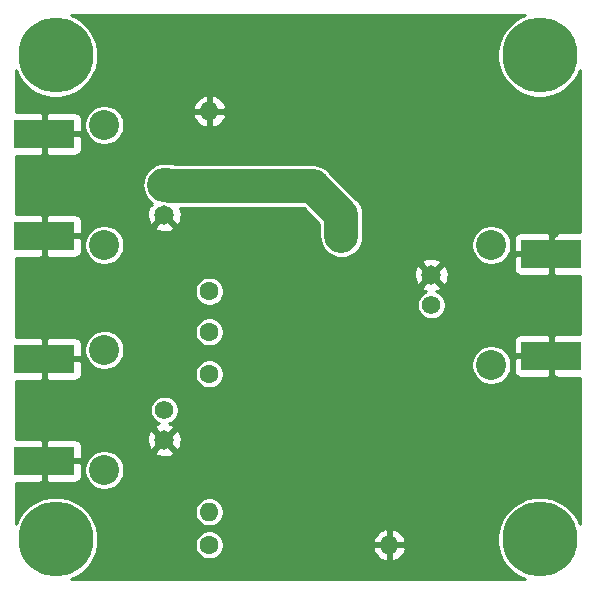
<source format=gbl>
G04 #@! TF.GenerationSoftware,KiCad,Pcbnew,(5.1.5)-3*
G04 #@! TF.CreationDate,2021-08-15T08:32:46-04:00*
G04 #@! TF.ProjectId,ADE1-MIXER,41444531-2d4d-4495-9845-522e6b696361,rev?*
G04 #@! TF.SameCoordinates,Original*
G04 #@! TF.FileFunction,Copper,L2,Bot*
G04 #@! TF.FilePolarity,Positive*
%FSLAX46Y46*%
G04 Gerber Fmt 4.6, Leading zero omitted, Abs format (unit mm)*
G04 Created by KiCad (PCBNEW (5.1.5)-3) date 2021-08-15 08:32:46*
%MOMM*%
%LPD*%
G04 APERTURE LIST*
%ADD10O,1.600000X1.600000*%
%ADD11C,1.600000*%
%ADD12R,5.080000X2.413000*%
%ADD13C,1.574800*%
%ADD14C,1.651000*%
%ADD15C,2.540000*%
%ADD16C,6.350000*%
%ADD17C,0.889000*%
%ADD18C,1.600200*%
%ADD19C,2.870200*%
%ADD20C,0.254000*%
G04 APERTURE END LIST*
D10*
X17018000Y-8760000D03*
D11*
X17018000Y-24000000D03*
D12*
X3048000Y-38354000D03*
X3048000Y-29718000D03*
X3048000Y-10668000D03*
X3048000Y-19304000D03*
X45974000Y-20828000D03*
X45974000Y-29464000D03*
D13*
X13208000Y-34036000D03*
D14*
X13208000Y-36576000D03*
D15*
X8128000Y-39116000D03*
X8128000Y-28956000D03*
X8128000Y-9906000D03*
X8128000Y-20066000D03*
D14*
X13208000Y-17526000D03*
D13*
X13208000Y-14986000D03*
X35814000Y-25146000D03*
D14*
X35814000Y-22606000D03*
D15*
X40894000Y-20066000D03*
X40894000Y-30226000D03*
D11*
X17018000Y-45466000D03*
D10*
X32258000Y-45466000D03*
D11*
X17018000Y-27432000D03*
D10*
X17018000Y-42672000D03*
D16*
X4000000Y-4000000D03*
X45000000Y-4000000D03*
X4000000Y-45000000D03*
X45000000Y-45000000D03*
D17*
X20574000Y-24892000D03*
X20574000Y-22352000D03*
X30226000Y-27432000D03*
X3048000Y-27432000D03*
X3048000Y-40386000D03*
X3048000Y-8636000D03*
X3048000Y-21336000D03*
X25146000Y-22352000D03*
X25146000Y-24892000D03*
X26000000Y-27432000D03*
X46228000Y-19050000D03*
X46228000Y-31496000D03*
X28194000Y-19304000D03*
D18*
X17018000Y-30988000D03*
D19*
X13588999Y-15112999D02*
X25780999Y-15112999D01*
X13208000Y-14986000D02*
X13462000Y-14986000D01*
X13462000Y-14986000D02*
X13588999Y-15112999D01*
X25780999Y-15112999D02*
X28194000Y-17526000D01*
X28194000Y-17526000D02*
X28194000Y-19304000D01*
X28194000Y-19304000D02*
X28194000Y-19304000D01*
D20*
G36*
X43291539Y-803695D02*
G01*
X42700799Y-1198415D01*
X42198415Y-1700799D01*
X41803695Y-2291539D01*
X41531807Y-2947935D01*
X41393200Y-3644761D01*
X41393200Y-4355239D01*
X41531807Y-5052065D01*
X41803695Y-5708461D01*
X42198415Y-6299201D01*
X42700799Y-6801585D01*
X43291539Y-7196305D01*
X43947935Y-7468193D01*
X44644761Y-7606800D01*
X45355239Y-7606800D01*
X46052065Y-7468193D01*
X46708461Y-7196305D01*
X47299201Y-6801585D01*
X47801585Y-6299201D01*
X48196305Y-5708461D01*
X48377700Y-5270535D01*
X48377700Y-18983614D01*
X46259750Y-18986500D01*
X46101000Y-19145250D01*
X46101000Y-20701000D01*
X46121000Y-20701000D01*
X46121000Y-20955000D01*
X46101000Y-20955000D01*
X46101000Y-22510750D01*
X46259750Y-22669500D01*
X48377700Y-22672386D01*
X48377701Y-27619614D01*
X46259750Y-27622500D01*
X46101000Y-27781250D01*
X46101000Y-29337000D01*
X46121000Y-29337000D01*
X46121000Y-29591000D01*
X46101000Y-29591000D01*
X46101000Y-31146750D01*
X46259750Y-31305500D01*
X48377701Y-31308386D01*
X48377701Y-43729468D01*
X48196305Y-43291539D01*
X47801585Y-42700799D01*
X47299201Y-42198415D01*
X46708461Y-41803695D01*
X46052065Y-41531807D01*
X45355239Y-41393200D01*
X44644761Y-41393200D01*
X43947935Y-41531807D01*
X43291539Y-41803695D01*
X42700799Y-42198415D01*
X42198415Y-42700799D01*
X41803695Y-43291539D01*
X41531807Y-43947935D01*
X41393200Y-44644761D01*
X41393200Y-45355239D01*
X41531807Y-46052065D01*
X41803695Y-46708461D01*
X42198415Y-47299201D01*
X42700799Y-47801585D01*
X43291539Y-48196305D01*
X43729465Y-48377700D01*
X5270535Y-48377700D01*
X5708461Y-48196305D01*
X6299201Y-47801585D01*
X6801585Y-47299201D01*
X7196305Y-46708461D01*
X7468193Y-46052065D01*
X7606800Y-45355239D01*
X7606800Y-45344678D01*
X15786200Y-45344678D01*
X15786200Y-45587322D01*
X15833538Y-45825303D01*
X15926393Y-46049476D01*
X16061199Y-46251227D01*
X16232773Y-46422801D01*
X16434524Y-46557607D01*
X16658697Y-46650462D01*
X16896678Y-46697800D01*
X17139322Y-46697800D01*
X17377303Y-46650462D01*
X17601476Y-46557607D01*
X17803227Y-46422801D01*
X17974801Y-46251227D01*
X18109607Y-46049476D01*
X18202462Y-45825303D01*
X18204503Y-45815039D01*
X30866096Y-45815039D01*
X30906754Y-45949087D01*
X31026963Y-46203420D01*
X31194481Y-46429414D01*
X31402869Y-46618385D01*
X31644119Y-46763070D01*
X31908960Y-46857909D01*
X32131000Y-46736624D01*
X32131000Y-45593000D01*
X32385000Y-45593000D01*
X32385000Y-46736624D01*
X32607040Y-46857909D01*
X32871881Y-46763070D01*
X33113131Y-46618385D01*
X33321519Y-46429414D01*
X33489037Y-46203420D01*
X33609246Y-45949087D01*
X33649904Y-45815039D01*
X33527915Y-45593000D01*
X32385000Y-45593000D01*
X32131000Y-45593000D01*
X30988085Y-45593000D01*
X30866096Y-45815039D01*
X18204503Y-45815039D01*
X18249800Y-45587322D01*
X18249800Y-45344678D01*
X18204504Y-45116961D01*
X30866096Y-45116961D01*
X30988085Y-45339000D01*
X32131000Y-45339000D01*
X32131000Y-44195376D01*
X32385000Y-44195376D01*
X32385000Y-45339000D01*
X33527915Y-45339000D01*
X33649904Y-45116961D01*
X33609246Y-44982913D01*
X33489037Y-44728580D01*
X33321519Y-44502586D01*
X33113131Y-44313615D01*
X32871881Y-44168930D01*
X32607040Y-44074091D01*
X32385000Y-44195376D01*
X32131000Y-44195376D01*
X31908960Y-44074091D01*
X31644119Y-44168930D01*
X31402869Y-44313615D01*
X31194481Y-44502586D01*
X31026963Y-44728580D01*
X30906754Y-44982913D01*
X30866096Y-45116961D01*
X18204504Y-45116961D01*
X18202462Y-45106697D01*
X18109607Y-44882524D01*
X17974801Y-44680773D01*
X17803227Y-44509199D01*
X17601476Y-44374393D01*
X17377303Y-44281538D01*
X17139322Y-44234200D01*
X16896678Y-44234200D01*
X16658697Y-44281538D01*
X16434524Y-44374393D01*
X16232773Y-44509199D01*
X16061199Y-44680773D01*
X15926393Y-44882524D01*
X15833538Y-45106697D01*
X15786200Y-45344678D01*
X7606800Y-45344678D01*
X7606800Y-44644761D01*
X7468193Y-43947935D01*
X7196305Y-43291539D01*
X6801585Y-42700799D01*
X6651464Y-42550678D01*
X15786200Y-42550678D01*
X15786200Y-42793322D01*
X15833538Y-43031303D01*
X15926393Y-43255476D01*
X16061199Y-43457227D01*
X16232773Y-43628801D01*
X16434524Y-43763607D01*
X16658697Y-43856462D01*
X16896678Y-43903800D01*
X17139322Y-43903800D01*
X17377303Y-43856462D01*
X17601476Y-43763607D01*
X17803227Y-43628801D01*
X17974801Y-43457227D01*
X18109607Y-43255476D01*
X18202462Y-43031303D01*
X18249800Y-42793322D01*
X18249800Y-42550678D01*
X18202462Y-42312697D01*
X18109607Y-42088524D01*
X17974801Y-41886773D01*
X17803227Y-41715199D01*
X17601476Y-41580393D01*
X17377303Y-41487538D01*
X17139322Y-41440200D01*
X16896678Y-41440200D01*
X16658697Y-41487538D01*
X16434524Y-41580393D01*
X16232773Y-41715199D01*
X16061199Y-41886773D01*
X15926393Y-42088524D01*
X15833538Y-42312697D01*
X15786200Y-42550678D01*
X6651464Y-42550678D01*
X6299201Y-42198415D01*
X5708461Y-41803695D01*
X5052065Y-41531807D01*
X4355239Y-41393200D01*
X3644761Y-41393200D01*
X2947935Y-41531807D01*
X2291539Y-41803695D01*
X1700799Y-42198415D01*
X1198415Y-42700799D01*
X803695Y-43291539D01*
X622300Y-43729465D01*
X622300Y-40198416D01*
X2762250Y-40195500D01*
X2921000Y-40036750D01*
X2921000Y-38481000D01*
X3175000Y-38481000D01*
X3175000Y-40036750D01*
X3333750Y-40195500D01*
X5588000Y-40198572D01*
X5712482Y-40186312D01*
X5832180Y-40150002D01*
X5942494Y-40091037D01*
X6039185Y-40011685D01*
X6118537Y-39914994D01*
X6177502Y-39804680D01*
X6213812Y-39684982D01*
X6226072Y-39560500D01*
X6224030Y-38948387D01*
X6426200Y-38948387D01*
X6426200Y-39283613D01*
X6491599Y-39612397D01*
X6619885Y-39922104D01*
X6806126Y-40200834D01*
X7043166Y-40437874D01*
X7321896Y-40624115D01*
X7631603Y-40752401D01*
X7960387Y-40817800D01*
X8295613Y-40817800D01*
X8624397Y-40752401D01*
X8934104Y-40624115D01*
X9212834Y-40437874D01*
X9449874Y-40200834D01*
X9636115Y-39922104D01*
X9764401Y-39612397D01*
X9829800Y-39283613D01*
X9829800Y-38948387D01*
X9764401Y-38619603D01*
X9636115Y-38309896D01*
X9449874Y-38031166D01*
X9212834Y-37794126D01*
X8934104Y-37607885D01*
X8883464Y-37586909D01*
X12376696Y-37586909D01*
X12451367Y-37833481D01*
X12711228Y-37956931D01*
X12990180Y-38027313D01*
X13277502Y-38041921D01*
X13562154Y-38000194D01*
X13833196Y-37903737D01*
X13964633Y-37833481D01*
X14039304Y-37586909D01*
X13208000Y-36755605D01*
X12376696Y-37586909D01*
X8883464Y-37586909D01*
X8624397Y-37479599D01*
X8295613Y-37414200D01*
X7960387Y-37414200D01*
X7631603Y-37479599D01*
X7321896Y-37607885D01*
X7043166Y-37794126D01*
X6806126Y-38031166D01*
X6619885Y-38309896D01*
X6491599Y-38619603D01*
X6426200Y-38948387D01*
X6224030Y-38948387D01*
X6223000Y-38639750D01*
X6064250Y-38481000D01*
X3175000Y-38481000D01*
X2921000Y-38481000D01*
X2901000Y-38481000D01*
X2901000Y-38227000D01*
X2921000Y-38227000D01*
X2921000Y-36671250D01*
X3175000Y-36671250D01*
X3175000Y-38227000D01*
X6064250Y-38227000D01*
X6223000Y-38068250D01*
X6226072Y-37147500D01*
X6213812Y-37023018D01*
X6177502Y-36903320D01*
X6118537Y-36793006D01*
X6039185Y-36696315D01*
X5977269Y-36645502D01*
X11742079Y-36645502D01*
X11783806Y-36930154D01*
X11880263Y-37201196D01*
X11950519Y-37332633D01*
X12197091Y-37407304D01*
X13028395Y-36576000D01*
X13387605Y-36576000D01*
X14218909Y-37407304D01*
X14465481Y-37332633D01*
X14588931Y-37072772D01*
X14659313Y-36793820D01*
X14673921Y-36506498D01*
X14632194Y-36221846D01*
X14535737Y-35950804D01*
X14465481Y-35819367D01*
X14218909Y-35744696D01*
X13387605Y-36576000D01*
X13028395Y-36576000D01*
X12197091Y-35744696D01*
X11950519Y-35819367D01*
X11827069Y-36079228D01*
X11756687Y-36358180D01*
X11742079Y-36645502D01*
X5977269Y-36645502D01*
X5942494Y-36616963D01*
X5832180Y-36557998D01*
X5712482Y-36521688D01*
X5588000Y-36509428D01*
X3333750Y-36512500D01*
X3175000Y-36671250D01*
X2921000Y-36671250D01*
X2762250Y-36512500D01*
X622300Y-36509584D01*
X622300Y-33915919D01*
X11988800Y-33915919D01*
X11988800Y-34156081D01*
X12035653Y-34391627D01*
X12127559Y-34613508D01*
X12260986Y-34813195D01*
X12430805Y-34983014D01*
X12630492Y-35116441D01*
X12779632Y-35178217D01*
X12582804Y-35248263D01*
X12451367Y-35318519D01*
X12376696Y-35565091D01*
X13208000Y-36396395D01*
X14039304Y-35565091D01*
X13964633Y-35318519D01*
X13704772Y-35195069D01*
X13636978Y-35177964D01*
X13785508Y-35116441D01*
X13985195Y-34983014D01*
X14155014Y-34813195D01*
X14288441Y-34613508D01*
X14380347Y-34391627D01*
X14427200Y-34156081D01*
X14427200Y-33915919D01*
X14380347Y-33680373D01*
X14288441Y-33458492D01*
X14155014Y-33258805D01*
X13985195Y-33088986D01*
X13785508Y-32955559D01*
X13563627Y-32863653D01*
X13328081Y-32816800D01*
X13087919Y-32816800D01*
X12852373Y-32863653D01*
X12630492Y-32955559D01*
X12430805Y-33088986D01*
X12260986Y-33258805D01*
X12127559Y-33458492D01*
X12035653Y-33680373D01*
X11988800Y-33915919D01*
X622300Y-33915919D01*
X622300Y-31562416D01*
X2762250Y-31559500D01*
X2921000Y-31400750D01*
X2921000Y-29845000D01*
X3175000Y-29845000D01*
X3175000Y-31400750D01*
X3333750Y-31559500D01*
X5588000Y-31562572D01*
X5712482Y-31550312D01*
X5832180Y-31514002D01*
X5942494Y-31455037D01*
X6039185Y-31375685D01*
X6118537Y-31278994D01*
X6177502Y-31168680D01*
X6213812Y-31048982D01*
X6226072Y-30924500D01*
X6225880Y-30866668D01*
X15786100Y-30866668D01*
X15786100Y-31109332D01*
X15833441Y-31347332D01*
X15926304Y-31571524D01*
X16061121Y-31773291D01*
X16232709Y-31944879D01*
X16434476Y-32079696D01*
X16658668Y-32172559D01*
X16896668Y-32219900D01*
X17139332Y-32219900D01*
X17377332Y-32172559D01*
X17601524Y-32079696D01*
X17803291Y-31944879D01*
X17974879Y-31773291D01*
X18109696Y-31571524D01*
X18202559Y-31347332D01*
X18249900Y-31109332D01*
X18249900Y-30866668D01*
X18202559Y-30628668D01*
X18109696Y-30404476D01*
X17974879Y-30202709D01*
X17830557Y-30058387D01*
X39192200Y-30058387D01*
X39192200Y-30393613D01*
X39257599Y-30722397D01*
X39385885Y-31032104D01*
X39572126Y-31310834D01*
X39809166Y-31547874D01*
X40087896Y-31734115D01*
X40397603Y-31862401D01*
X40726387Y-31927800D01*
X41061613Y-31927800D01*
X41390397Y-31862401D01*
X41700104Y-31734115D01*
X41978834Y-31547874D01*
X42215874Y-31310834D01*
X42402115Y-31032104D01*
X42530401Y-30722397D01*
X42540723Y-30670500D01*
X42795928Y-30670500D01*
X42808188Y-30794982D01*
X42844498Y-30914680D01*
X42903463Y-31024994D01*
X42982815Y-31121685D01*
X43079506Y-31201037D01*
X43189820Y-31260002D01*
X43309518Y-31296312D01*
X43434000Y-31308572D01*
X45688250Y-31305500D01*
X45847000Y-31146750D01*
X45847000Y-29591000D01*
X42957750Y-29591000D01*
X42799000Y-29749750D01*
X42795928Y-30670500D01*
X42540723Y-30670500D01*
X42595800Y-30393613D01*
X42595800Y-30058387D01*
X42530401Y-29729603D01*
X42402115Y-29419896D01*
X42215874Y-29141166D01*
X41978834Y-28904126D01*
X41700104Y-28717885D01*
X41390397Y-28589599D01*
X41061613Y-28524200D01*
X40726387Y-28524200D01*
X40397603Y-28589599D01*
X40087896Y-28717885D01*
X39809166Y-28904126D01*
X39572126Y-29141166D01*
X39385885Y-29419896D01*
X39257599Y-29729603D01*
X39192200Y-30058387D01*
X17830557Y-30058387D01*
X17803291Y-30031121D01*
X17601524Y-29896304D01*
X17377332Y-29803441D01*
X17139332Y-29756100D01*
X16896668Y-29756100D01*
X16658668Y-29803441D01*
X16434476Y-29896304D01*
X16232709Y-30031121D01*
X16061121Y-30202709D01*
X15926304Y-30404476D01*
X15833441Y-30628668D01*
X15786100Y-30866668D01*
X6225880Y-30866668D01*
X6223000Y-30003750D01*
X6064250Y-29845000D01*
X3175000Y-29845000D01*
X2921000Y-29845000D01*
X2901000Y-29845000D01*
X2901000Y-29591000D01*
X2921000Y-29591000D01*
X2921000Y-28035250D01*
X3175000Y-28035250D01*
X3175000Y-29591000D01*
X6064250Y-29591000D01*
X6223000Y-29432250D01*
X6225148Y-28788387D01*
X6426200Y-28788387D01*
X6426200Y-29123613D01*
X6491599Y-29452397D01*
X6619885Y-29762104D01*
X6806126Y-30040834D01*
X7043166Y-30277874D01*
X7321896Y-30464115D01*
X7631603Y-30592401D01*
X7960387Y-30657800D01*
X8295613Y-30657800D01*
X8624397Y-30592401D01*
X8934104Y-30464115D01*
X9212834Y-30277874D01*
X9449874Y-30040834D01*
X9636115Y-29762104D01*
X9764401Y-29452397D01*
X9829800Y-29123613D01*
X9829800Y-28788387D01*
X9764401Y-28459603D01*
X9636115Y-28149896D01*
X9449874Y-27871166D01*
X9212834Y-27634126D01*
X8934104Y-27447885D01*
X8624397Y-27319599D01*
X8579548Y-27310678D01*
X15786200Y-27310678D01*
X15786200Y-27553322D01*
X15833538Y-27791303D01*
X15926393Y-28015476D01*
X16061199Y-28217227D01*
X16232773Y-28388801D01*
X16434524Y-28523607D01*
X16658697Y-28616462D01*
X16896678Y-28663800D01*
X17139322Y-28663800D01*
X17377303Y-28616462D01*
X17601476Y-28523607D01*
X17803227Y-28388801D01*
X17934528Y-28257500D01*
X42795928Y-28257500D01*
X42799000Y-29178250D01*
X42957750Y-29337000D01*
X45847000Y-29337000D01*
X45847000Y-27781250D01*
X45688250Y-27622500D01*
X43434000Y-27619428D01*
X43309518Y-27631688D01*
X43189820Y-27667998D01*
X43079506Y-27726963D01*
X42982815Y-27806315D01*
X42903463Y-27903006D01*
X42844498Y-28013320D01*
X42808188Y-28133018D01*
X42795928Y-28257500D01*
X17934528Y-28257500D01*
X17974801Y-28217227D01*
X18109607Y-28015476D01*
X18202462Y-27791303D01*
X18249800Y-27553322D01*
X18249800Y-27310678D01*
X18202462Y-27072697D01*
X18109607Y-26848524D01*
X17974801Y-26646773D01*
X17803227Y-26475199D01*
X17601476Y-26340393D01*
X17377303Y-26247538D01*
X17139322Y-26200200D01*
X16896678Y-26200200D01*
X16658697Y-26247538D01*
X16434524Y-26340393D01*
X16232773Y-26475199D01*
X16061199Y-26646773D01*
X15926393Y-26848524D01*
X15833538Y-27072697D01*
X15786200Y-27310678D01*
X8579548Y-27310678D01*
X8295613Y-27254200D01*
X7960387Y-27254200D01*
X7631603Y-27319599D01*
X7321896Y-27447885D01*
X7043166Y-27634126D01*
X6806126Y-27871166D01*
X6619885Y-28149896D01*
X6491599Y-28459603D01*
X6426200Y-28788387D01*
X6225148Y-28788387D01*
X6226072Y-28511500D01*
X6213812Y-28387018D01*
X6177502Y-28267320D01*
X6118537Y-28157006D01*
X6039185Y-28060315D01*
X5942494Y-27980963D01*
X5832180Y-27921998D01*
X5712482Y-27885688D01*
X5588000Y-27873428D01*
X3333750Y-27876500D01*
X3175000Y-28035250D01*
X2921000Y-28035250D01*
X2762250Y-27876500D01*
X622300Y-27873584D01*
X622300Y-23878678D01*
X15786200Y-23878678D01*
X15786200Y-24121322D01*
X15833538Y-24359303D01*
X15926393Y-24583476D01*
X16061199Y-24785227D01*
X16232773Y-24956801D01*
X16434524Y-25091607D01*
X16658697Y-25184462D01*
X16896678Y-25231800D01*
X17139322Y-25231800D01*
X17377303Y-25184462D01*
X17601476Y-25091607D01*
X17699784Y-25025919D01*
X34594800Y-25025919D01*
X34594800Y-25266081D01*
X34641653Y-25501627D01*
X34733559Y-25723508D01*
X34866986Y-25923195D01*
X35036805Y-26093014D01*
X35236492Y-26226441D01*
X35458373Y-26318347D01*
X35693919Y-26365200D01*
X35934081Y-26365200D01*
X36169627Y-26318347D01*
X36391508Y-26226441D01*
X36591195Y-26093014D01*
X36761014Y-25923195D01*
X36894441Y-25723508D01*
X36986347Y-25501627D01*
X37033200Y-25266081D01*
X37033200Y-25025919D01*
X36986347Y-24790373D01*
X36894441Y-24568492D01*
X36761014Y-24368805D01*
X36591195Y-24198986D01*
X36391508Y-24065559D01*
X36242368Y-24003783D01*
X36439196Y-23933737D01*
X36570633Y-23863481D01*
X36645304Y-23616909D01*
X35814000Y-22785605D01*
X34982696Y-23616909D01*
X35057367Y-23863481D01*
X35317228Y-23986931D01*
X35385022Y-24004036D01*
X35236492Y-24065559D01*
X35036805Y-24198986D01*
X34866986Y-24368805D01*
X34733559Y-24568492D01*
X34641653Y-24790373D01*
X34594800Y-25025919D01*
X17699784Y-25025919D01*
X17803227Y-24956801D01*
X17974801Y-24785227D01*
X18109607Y-24583476D01*
X18202462Y-24359303D01*
X18249800Y-24121322D01*
X18249800Y-23878678D01*
X18202462Y-23640697D01*
X18109607Y-23416524D01*
X17974801Y-23214773D01*
X17803227Y-23043199D01*
X17601476Y-22908393D01*
X17377303Y-22815538D01*
X17139322Y-22768200D01*
X16896678Y-22768200D01*
X16658697Y-22815538D01*
X16434524Y-22908393D01*
X16232773Y-23043199D01*
X16061199Y-23214773D01*
X15926393Y-23416524D01*
X15833538Y-23640697D01*
X15786200Y-23878678D01*
X622300Y-23878678D01*
X622300Y-22675502D01*
X34348079Y-22675502D01*
X34389806Y-22960154D01*
X34486263Y-23231196D01*
X34556519Y-23362633D01*
X34803091Y-23437304D01*
X35634395Y-22606000D01*
X35993605Y-22606000D01*
X36824909Y-23437304D01*
X37071481Y-23362633D01*
X37194931Y-23102772D01*
X37265313Y-22823820D01*
X37279921Y-22536498D01*
X37238194Y-22251846D01*
X37160847Y-22034500D01*
X42795928Y-22034500D01*
X42808188Y-22158982D01*
X42844498Y-22278680D01*
X42903463Y-22388994D01*
X42982815Y-22485685D01*
X43079506Y-22565037D01*
X43189820Y-22624002D01*
X43309518Y-22660312D01*
X43434000Y-22672572D01*
X45688250Y-22669500D01*
X45847000Y-22510750D01*
X45847000Y-20955000D01*
X42957750Y-20955000D01*
X42799000Y-21113750D01*
X42795928Y-22034500D01*
X37160847Y-22034500D01*
X37141737Y-21980804D01*
X37071481Y-21849367D01*
X36824909Y-21774696D01*
X35993605Y-22606000D01*
X35634395Y-22606000D01*
X34803091Y-21774696D01*
X34556519Y-21849367D01*
X34433069Y-22109228D01*
X34362687Y-22388180D01*
X34348079Y-22675502D01*
X622300Y-22675502D01*
X622300Y-21148416D01*
X2762250Y-21145500D01*
X2921000Y-20986750D01*
X2921000Y-19431000D01*
X3175000Y-19431000D01*
X3175000Y-20986750D01*
X3333750Y-21145500D01*
X5588000Y-21148572D01*
X5712482Y-21136312D01*
X5832180Y-21100002D01*
X5942494Y-21041037D01*
X6039185Y-20961685D01*
X6118537Y-20864994D01*
X6177502Y-20754680D01*
X6213812Y-20634982D01*
X6226072Y-20510500D01*
X6224030Y-19898387D01*
X6426200Y-19898387D01*
X6426200Y-20233613D01*
X6491599Y-20562397D01*
X6619885Y-20872104D01*
X6806126Y-21150834D01*
X7043166Y-21387874D01*
X7321896Y-21574115D01*
X7631603Y-21702401D01*
X7960387Y-21767800D01*
X8295613Y-21767800D01*
X8624397Y-21702401D01*
X8883463Y-21595091D01*
X34982696Y-21595091D01*
X35814000Y-22426395D01*
X36645304Y-21595091D01*
X36570633Y-21348519D01*
X36310772Y-21225069D01*
X36031820Y-21154687D01*
X35744498Y-21140079D01*
X35459846Y-21181806D01*
X35188804Y-21278263D01*
X35057367Y-21348519D01*
X34982696Y-21595091D01*
X8883463Y-21595091D01*
X8934104Y-21574115D01*
X9212834Y-21387874D01*
X9449874Y-21150834D01*
X9636115Y-20872104D01*
X9764401Y-20562397D01*
X9829800Y-20233613D01*
X9829800Y-19898387D01*
X9764401Y-19569603D01*
X9636115Y-19259896D01*
X9449874Y-18981166D01*
X9212834Y-18744126D01*
X8934104Y-18557885D01*
X8883464Y-18536909D01*
X12376696Y-18536909D01*
X12451367Y-18783481D01*
X12711228Y-18906931D01*
X12990180Y-18977313D01*
X13277502Y-18991921D01*
X13562154Y-18950194D01*
X13833196Y-18853737D01*
X13964633Y-18783481D01*
X14039304Y-18536909D01*
X13208000Y-17705605D01*
X12376696Y-18536909D01*
X8883464Y-18536909D01*
X8624397Y-18429599D01*
X8295613Y-18364200D01*
X7960387Y-18364200D01*
X7631603Y-18429599D01*
X7321896Y-18557885D01*
X7043166Y-18744126D01*
X6806126Y-18981166D01*
X6619885Y-19259896D01*
X6491599Y-19569603D01*
X6426200Y-19898387D01*
X6224030Y-19898387D01*
X6223000Y-19589750D01*
X6064250Y-19431000D01*
X3175000Y-19431000D01*
X2921000Y-19431000D01*
X2901000Y-19431000D01*
X2901000Y-19177000D01*
X2921000Y-19177000D01*
X2921000Y-17621250D01*
X3175000Y-17621250D01*
X3175000Y-19177000D01*
X6064250Y-19177000D01*
X6223000Y-19018250D01*
X6226072Y-18097500D01*
X6213812Y-17973018D01*
X6177502Y-17853320D01*
X6118537Y-17743006D01*
X6039185Y-17646315D01*
X5942494Y-17566963D01*
X5832180Y-17507998D01*
X5712482Y-17471688D01*
X5588000Y-17459428D01*
X3333750Y-17462500D01*
X3175000Y-17621250D01*
X2921000Y-17621250D01*
X2762250Y-17462500D01*
X622300Y-17459584D01*
X622300Y-14986000D01*
X11332067Y-14986000D01*
X11368113Y-15351976D01*
X11474864Y-15703888D01*
X11648219Y-16028213D01*
X11881515Y-16312485D01*
X12137143Y-16522273D01*
X12080904Y-16578512D01*
X12197089Y-16694697D01*
X11950519Y-16769367D01*
X11827069Y-17029228D01*
X11756687Y-17308180D01*
X11742079Y-17595502D01*
X11783806Y-17880154D01*
X11880263Y-18151196D01*
X11950519Y-18282633D01*
X12197091Y-18357304D01*
X13028395Y-17526000D01*
X13014253Y-17511858D01*
X13193858Y-17332253D01*
X13208000Y-17346395D01*
X13222143Y-17332253D01*
X13401748Y-17511858D01*
X13387605Y-17526000D01*
X14218909Y-18357304D01*
X14465481Y-18282633D01*
X14588931Y-18022772D01*
X14659313Y-17743820D01*
X14673921Y-17456498D01*
X14632194Y-17171846D01*
X14563885Y-16979899D01*
X25007705Y-16979899D01*
X26327100Y-18299296D01*
X26327100Y-19212288D01*
X26318067Y-19304000D01*
X26354113Y-19669976D01*
X26460864Y-20021888D01*
X26634219Y-20346213D01*
X26867515Y-20630485D01*
X27151787Y-20863781D01*
X27476112Y-21037136D01*
X27828024Y-21143887D01*
X28102288Y-21170900D01*
X28194000Y-21179933D01*
X28285712Y-21170900D01*
X28559976Y-21143887D01*
X28911888Y-21037136D01*
X29236213Y-20863781D01*
X29520485Y-20630485D01*
X29753781Y-20346213D01*
X29927136Y-20021888D01*
X29964599Y-19898387D01*
X39192200Y-19898387D01*
X39192200Y-20233613D01*
X39257599Y-20562397D01*
X39385885Y-20872104D01*
X39572126Y-21150834D01*
X39809166Y-21387874D01*
X40087896Y-21574115D01*
X40397603Y-21702401D01*
X40726387Y-21767800D01*
X41061613Y-21767800D01*
X41390397Y-21702401D01*
X41700104Y-21574115D01*
X41978834Y-21387874D01*
X42215874Y-21150834D01*
X42402115Y-20872104D01*
X42530401Y-20562397D01*
X42595800Y-20233613D01*
X42595800Y-19898387D01*
X42540724Y-19621500D01*
X42795928Y-19621500D01*
X42799000Y-20542250D01*
X42957750Y-20701000D01*
X45847000Y-20701000D01*
X45847000Y-19145250D01*
X45688250Y-18986500D01*
X43434000Y-18983428D01*
X43309518Y-18995688D01*
X43189820Y-19031998D01*
X43079506Y-19090963D01*
X42982815Y-19170315D01*
X42903463Y-19267006D01*
X42844498Y-19377320D01*
X42808188Y-19497018D01*
X42795928Y-19621500D01*
X42540724Y-19621500D01*
X42530401Y-19569603D01*
X42402115Y-19259896D01*
X42215874Y-18981166D01*
X41978834Y-18744126D01*
X41700104Y-18557885D01*
X41390397Y-18429599D01*
X41061613Y-18364200D01*
X40726387Y-18364200D01*
X40397603Y-18429599D01*
X40087896Y-18557885D01*
X39809166Y-18744126D01*
X39572126Y-18981166D01*
X39385885Y-19259896D01*
X39257599Y-19569603D01*
X39192200Y-19898387D01*
X29964599Y-19898387D01*
X30033887Y-19669976D01*
X30069933Y-19304000D01*
X30060900Y-19212288D01*
X30060900Y-17617712D01*
X30069933Y-17526000D01*
X30033887Y-17160024D01*
X29927136Y-16808112D01*
X29753781Y-16483787D01*
X29520485Y-16199515D01*
X29449250Y-16141054D01*
X27165954Y-13857760D01*
X27107484Y-13786514D01*
X26823212Y-13553218D01*
X26498887Y-13379863D01*
X26146975Y-13273112D01*
X25872711Y-13246099D01*
X25780999Y-13237066D01*
X25689287Y-13246099D01*
X14157587Y-13246099D01*
X13827976Y-13146113D01*
X13553712Y-13119100D01*
X13462000Y-13110067D01*
X13370288Y-13119100D01*
X13116288Y-13119100D01*
X12842024Y-13146113D01*
X12490112Y-13252864D01*
X12165787Y-13426219D01*
X11881515Y-13659515D01*
X11648219Y-13943787D01*
X11474864Y-14268112D01*
X11368113Y-14620024D01*
X11332067Y-14986000D01*
X622300Y-14986000D01*
X622300Y-12512416D01*
X2762250Y-12509500D01*
X2921000Y-12350750D01*
X2921000Y-10795000D01*
X3175000Y-10795000D01*
X3175000Y-12350750D01*
X3333750Y-12509500D01*
X5588000Y-12512572D01*
X5712482Y-12500312D01*
X5832180Y-12464002D01*
X5942494Y-12405037D01*
X6039185Y-12325685D01*
X6118537Y-12228994D01*
X6177502Y-12118680D01*
X6213812Y-11998982D01*
X6226072Y-11874500D01*
X6223000Y-10953750D01*
X6064250Y-10795000D01*
X3175000Y-10795000D01*
X2921000Y-10795000D01*
X2901000Y-10795000D01*
X2901000Y-10541000D01*
X2921000Y-10541000D01*
X2921000Y-8985250D01*
X3175000Y-8985250D01*
X3175000Y-10541000D01*
X6064250Y-10541000D01*
X6223000Y-10382250D01*
X6225148Y-9738387D01*
X6426200Y-9738387D01*
X6426200Y-10073613D01*
X6491599Y-10402397D01*
X6619885Y-10712104D01*
X6806126Y-10990834D01*
X7043166Y-11227874D01*
X7321896Y-11414115D01*
X7631603Y-11542401D01*
X7960387Y-11607800D01*
X8295613Y-11607800D01*
X8624397Y-11542401D01*
X8934104Y-11414115D01*
X9212834Y-11227874D01*
X9449874Y-10990834D01*
X9636115Y-10712104D01*
X9764401Y-10402397D01*
X9829800Y-10073613D01*
X9829800Y-9738387D01*
X9764401Y-9409603D01*
X9639903Y-9109040D01*
X15626091Y-9109040D01*
X15720930Y-9373881D01*
X15865615Y-9615131D01*
X16054586Y-9823519D01*
X16280580Y-9991037D01*
X16534913Y-10111246D01*
X16668961Y-10151904D01*
X16891000Y-10029915D01*
X16891000Y-8887000D01*
X17145000Y-8887000D01*
X17145000Y-10029915D01*
X17367039Y-10151904D01*
X17501087Y-10111246D01*
X17755420Y-9991037D01*
X17981414Y-9823519D01*
X18170385Y-9615131D01*
X18315070Y-9373881D01*
X18409909Y-9109040D01*
X18288624Y-8887000D01*
X17145000Y-8887000D01*
X16891000Y-8887000D01*
X15747376Y-8887000D01*
X15626091Y-9109040D01*
X9639903Y-9109040D01*
X9636115Y-9099896D01*
X9449874Y-8821166D01*
X9212834Y-8584126D01*
X8953673Y-8410960D01*
X15626091Y-8410960D01*
X15747376Y-8633000D01*
X16891000Y-8633000D01*
X16891000Y-7490085D01*
X17145000Y-7490085D01*
X17145000Y-8633000D01*
X18288624Y-8633000D01*
X18409909Y-8410960D01*
X18315070Y-8146119D01*
X18170385Y-7904869D01*
X17981414Y-7696481D01*
X17755420Y-7528963D01*
X17501087Y-7408754D01*
X17367039Y-7368096D01*
X17145000Y-7490085D01*
X16891000Y-7490085D01*
X16668961Y-7368096D01*
X16534913Y-7408754D01*
X16280580Y-7528963D01*
X16054586Y-7696481D01*
X15865615Y-7904869D01*
X15720930Y-8146119D01*
X15626091Y-8410960D01*
X8953673Y-8410960D01*
X8934104Y-8397885D01*
X8624397Y-8269599D01*
X8295613Y-8204200D01*
X7960387Y-8204200D01*
X7631603Y-8269599D01*
X7321896Y-8397885D01*
X7043166Y-8584126D01*
X6806126Y-8821166D01*
X6619885Y-9099896D01*
X6491599Y-9409603D01*
X6426200Y-9738387D01*
X6225148Y-9738387D01*
X6226072Y-9461500D01*
X6213812Y-9337018D01*
X6177502Y-9217320D01*
X6118537Y-9107006D01*
X6039185Y-9010315D01*
X5942494Y-8930963D01*
X5832180Y-8871998D01*
X5712482Y-8835688D01*
X5588000Y-8823428D01*
X3333750Y-8826500D01*
X3175000Y-8985250D01*
X2921000Y-8985250D01*
X2762250Y-8826500D01*
X622300Y-8823584D01*
X622300Y-5270535D01*
X803695Y-5708461D01*
X1198415Y-6299201D01*
X1700799Y-6801585D01*
X2291539Y-7196305D01*
X2947935Y-7468193D01*
X3644761Y-7606800D01*
X4355239Y-7606800D01*
X5052065Y-7468193D01*
X5708461Y-7196305D01*
X6299201Y-6801585D01*
X6801585Y-6299201D01*
X7196305Y-5708461D01*
X7468193Y-5052065D01*
X7606800Y-4355239D01*
X7606800Y-3644761D01*
X7468193Y-2947935D01*
X7196305Y-2291539D01*
X6801585Y-1700799D01*
X6299201Y-1198415D01*
X5708461Y-803695D01*
X5270535Y-622300D01*
X43729465Y-622300D01*
X43291539Y-803695D01*
G37*
X43291539Y-803695D02*
X42700799Y-1198415D01*
X42198415Y-1700799D01*
X41803695Y-2291539D01*
X41531807Y-2947935D01*
X41393200Y-3644761D01*
X41393200Y-4355239D01*
X41531807Y-5052065D01*
X41803695Y-5708461D01*
X42198415Y-6299201D01*
X42700799Y-6801585D01*
X43291539Y-7196305D01*
X43947935Y-7468193D01*
X44644761Y-7606800D01*
X45355239Y-7606800D01*
X46052065Y-7468193D01*
X46708461Y-7196305D01*
X47299201Y-6801585D01*
X47801585Y-6299201D01*
X48196305Y-5708461D01*
X48377700Y-5270535D01*
X48377700Y-18983614D01*
X46259750Y-18986500D01*
X46101000Y-19145250D01*
X46101000Y-20701000D01*
X46121000Y-20701000D01*
X46121000Y-20955000D01*
X46101000Y-20955000D01*
X46101000Y-22510750D01*
X46259750Y-22669500D01*
X48377700Y-22672386D01*
X48377701Y-27619614D01*
X46259750Y-27622500D01*
X46101000Y-27781250D01*
X46101000Y-29337000D01*
X46121000Y-29337000D01*
X46121000Y-29591000D01*
X46101000Y-29591000D01*
X46101000Y-31146750D01*
X46259750Y-31305500D01*
X48377701Y-31308386D01*
X48377701Y-43729468D01*
X48196305Y-43291539D01*
X47801585Y-42700799D01*
X47299201Y-42198415D01*
X46708461Y-41803695D01*
X46052065Y-41531807D01*
X45355239Y-41393200D01*
X44644761Y-41393200D01*
X43947935Y-41531807D01*
X43291539Y-41803695D01*
X42700799Y-42198415D01*
X42198415Y-42700799D01*
X41803695Y-43291539D01*
X41531807Y-43947935D01*
X41393200Y-44644761D01*
X41393200Y-45355239D01*
X41531807Y-46052065D01*
X41803695Y-46708461D01*
X42198415Y-47299201D01*
X42700799Y-47801585D01*
X43291539Y-48196305D01*
X43729465Y-48377700D01*
X5270535Y-48377700D01*
X5708461Y-48196305D01*
X6299201Y-47801585D01*
X6801585Y-47299201D01*
X7196305Y-46708461D01*
X7468193Y-46052065D01*
X7606800Y-45355239D01*
X7606800Y-45344678D01*
X15786200Y-45344678D01*
X15786200Y-45587322D01*
X15833538Y-45825303D01*
X15926393Y-46049476D01*
X16061199Y-46251227D01*
X16232773Y-46422801D01*
X16434524Y-46557607D01*
X16658697Y-46650462D01*
X16896678Y-46697800D01*
X17139322Y-46697800D01*
X17377303Y-46650462D01*
X17601476Y-46557607D01*
X17803227Y-46422801D01*
X17974801Y-46251227D01*
X18109607Y-46049476D01*
X18202462Y-45825303D01*
X18204503Y-45815039D01*
X30866096Y-45815039D01*
X30906754Y-45949087D01*
X31026963Y-46203420D01*
X31194481Y-46429414D01*
X31402869Y-46618385D01*
X31644119Y-46763070D01*
X31908960Y-46857909D01*
X32131000Y-46736624D01*
X32131000Y-45593000D01*
X32385000Y-45593000D01*
X32385000Y-46736624D01*
X32607040Y-46857909D01*
X32871881Y-46763070D01*
X33113131Y-46618385D01*
X33321519Y-46429414D01*
X33489037Y-46203420D01*
X33609246Y-45949087D01*
X33649904Y-45815039D01*
X33527915Y-45593000D01*
X32385000Y-45593000D01*
X32131000Y-45593000D01*
X30988085Y-45593000D01*
X30866096Y-45815039D01*
X18204503Y-45815039D01*
X18249800Y-45587322D01*
X18249800Y-45344678D01*
X18204504Y-45116961D01*
X30866096Y-45116961D01*
X30988085Y-45339000D01*
X32131000Y-45339000D01*
X32131000Y-44195376D01*
X32385000Y-44195376D01*
X32385000Y-45339000D01*
X33527915Y-45339000D01*
X33649904Y-45116961D01*
X33609246Y-44982913D01*
X33489037Y-44728580D01*
X33321519Y-44502586D01*
X33113131Y-44313615D01*
X32871881Y-44168930D01*
X32607040Y-44074091D01*
X32385000Y-44195376D01*
X32131000Y-44195376D01*
X31908960Y-44074091D01*
X31644119Y-44168930D01*
X31402869Y-44313615D01*
X31194481Y-44502586D01*
X31026963Y-44728580D01*
X30906754Y-44982913D01*
X30866096Y-45116961D01*
X18204504Y-45116961D01*
X18202462Y-45106697D01*
X18109607Y-44882524D01*
X17974801Y-44680773D01*
X17803227Y-44509199D01*
X17601476Y-44374393D01*
X17377303Y-44281538D01*
X17139322Y-44234200D01*
X16896678Y-44234200D01*
X16658697Y-44281538D01*
X16434524Y-44374393D01*
X16232773Y-44509199D01*
X16061199Y-44680773D01*
X15926393Y-44882524D01*
X15833538Y-45106697D01*
X15786200Y-45344678D01*
X7606800Y-45344678D01*
X7606800Y-44644761D01*
X7468193Y-43947935D01*
X7196305Y-43291539D01*
X6801585Y-42700799D01*
X6651464Y-42550678D01*
X15786200Y-42550678D01*
X15786200Y-42793322D01*
X15833538Y-43031303D01*
X15926393Y-43255476D01*
X16061199Y-43457227D01*
X16232773Y-43628801D01*
X16434524Y-43763607D01*
X16658697Y-43856462D01*
X16896678Y-43903800D01*
X17139322Y-43903800D01*
X17377303Y-43856462D01*
X17601476Y-43763607D01*
X17803227Y-43628801D01*
X17974801Y-43457227D01*
X18109607Y-43255476D01*
X18202462Y-43031303D01*
X18249800Y-42793322D01*
X18249800Y-42550678D01*
X18202462Y-42312697D01*
X18109607Y-42088524D01*
X17974801Y-41886773D01*
X17803227Y-41715199D01*
X17601476Y-41580393D01*
X17377303Y-41487538D01*
X17139322Y-41440200D01*
X16896678Y-41440200D01*
X16658697Y-41487538D01*
X16434524Y-41580393D01*
X16232773Y-41715199D01*
X16061199Y-41886773D01*
X15926393Y-42088524D01*
X15833538Y-42312697D01*
X15786200Y-42550678D01*
X6651464Y-42550678D01*
X6299201Y-42198415D01*
X5708461Y-41803695D01*
X5052065Y-41531807D01*
X4355239Y-41393200D01*
X3644761Y-41393200D01*
X2947935Y-41531807D01*
X2291539Y-41803695D01*
X1700799Y-42198415D01*
X1198415Y-42700799D01*
X803695Y-43291539D01*
X622300Y-43729465D01*
X622300Y-40198416D01*
X2762250Y-40195500D01*
X2921000Y-40036750D01*
X2921000Y-38481000D01*
X3175000Y-38481000D01*
X3175000Y-40036750D01*
X3333750Y-40195500D01*
X5588000Y-40198572D01*
X5712482Y-40186312D01*
X5832180Y-40150002D01*
X5942494Y-40091037D01*
X6039185Y-40011685D01*
X6118537Y-39914994D01*
X6177502Y-39804680D01*
X6213812Y-39684982D01*
X6226072Y-39560500D01*
X6224030Y-38948387D01*
X6426200Y-38948387D01*
X6426200Y-39283613D01*
X6491599Y-39612397D01*
X6619885Y-39922104D01*
X6806126Y-40200834D01*
X7043166Y-40437874D01*
X7321896Y-40624115D01*
X7631603Y-40752401D01*
X7960387Y-40817800D01*
X8295613Y-40817800D01*
X8624397Y-40752401D01*
X8934104Y-40624115D01*
X9212834Y-40437874D01*
X9449874Y-40200834D01*
X9636115Y-39922104D01*
X9764401Y-39612397D01*
X9829800Y-39283613D01*
X9829800Y-38948387D01*
X9764401Y-38619603D01*
X9636115Y-38309896D01*
X9449874Y-38031166D01*
X9212834Y-37794126D01*
X8934104Y-37607885D01*
X8883464Y-37586909D01*
X12376696Y-37586909D01*
X12451367Y-37833481D01*
X12711228Y-37956931D01*
X12990180Y-38027313D01*
X13277502Y-38041921D01*
X13562154Y-38000194D01*
X13833196Y-37903737D01*
X13964633Y-37833481D01*
X14039304Y-37586909D01*
X13208000Y-36755605D01*
X12376696Y-37586909D01*
X8883464Y-37586909D01*
X8624397Y-37479599D01*
X8295613Y-37414200D01*
X7960387Y-37414200D01*
X7631603Y-37479599D01*
X7321896Y-37607885D01*
X7043166Y-37794126D01*
X6806126Y-38031166D01*
X6619885Y-38309896D01*
X6491599Y-38619603D01*
X6426200Y-38948387D01*
X6224030Y-38948387D01*
X6223000Y-38639750D01*
X6064250Y-38481000D01*
X3175000Y-38481000D01*
X2921000Y-38481000D01*
X2901000Y-38481000D01*
X2901000Y-38227000D01*
X2921000Y-38227000D01*
X2921000Y-36671250D01*
X3175000Y-36671250D01*
X3175000Y-38227000D01*
X6064250Y-38227000D01*
X6223000Y-38068250D01*
X6226072Y-37147500D01*
X6213812Y-37023018D01*
X6177502Y-36903320D01*
X6118537Y-36793006D01*
X6039185Y-36696315D01*
X5977269Y-36645502D01*
X11742079Y-36645502D01*
X11783806Y-36930154D01*
X11880263Y-37201196D01*
X11950519Y-37332633D01*
X12197091Y-37407304D01*
X13028395Y-36576000D01*
X13387605Y-36576000D01*
X14218909Y-37407304D01*
X14465481Y-37332633D01*
X14588931Y-37072772D01*
X14659313Y-36793820D01*
X14673921Y-36506498D01*
X14632194Y-36221846D01*
X14535737Y-35950804D01*
X14465481Y-35819367D01*
X14218909Y-35744696D01*
X13387605Y-36576000D01*
X13028395Y-36576000D01*
X12197091Y-35744696D01*
X11950519Y-35819367D01*
X11827069Y-36079228D01*
X11756687Y-36358180D01*
X11742079Y-36645502D01*
X5977269Y-36645502D01*
X5942494Y-36616963D01*
X5832180Y-36557998D01*
X5712482Y-36521688D01*
X5588000Y-36509428D01*
X3333750Y-36512500D01*
X3175000Y-36671250D01*
X2921000Y-36671250D01*
X2762250Y-36512500D01*
X622300Y-36509584D01*
X622300Y-33915919D01*
X11988800Y-33915919D01*
X11988800Y-34156081D01*
X12035653Y-34391627D01*
X12127559Y-34613508D01*
X12260986Y-34813195D01*
X12430805Y-34983014D01*
X12630492Y-35116441D01*
X12779632Y-35178217D01*
X12582804Y-35248263D01*
X12451367Y-35318519D01*
X12376696Y-35565091D01*
X13208000Y-36396395D01*
X14039304Y-35565091D01*
X13964633Y-35318519D01*
X13704772Y-35195069D01*
X13636978Y-35177964D01*
X13785508Y-35116441D01*
X13985195Y-34983014D01*
X14155014Y-34813195D01*
X14288441Y-34613508D01*
X14380347Y-34391627D01*
X14427200Y-34156081D01*
X14427200Y-33915919D01*
X14380347Y-33680373D01*
X14288441Y-33458492D01*
X14155014Y-33258805D01*
X13985195Y-33088986D01*
X13785508Y-32955559D01*
X13563627Y-32863653D01*
X13328081Y-32816800D01*
X13087919Y-32816800D01*
X12852373Y-32863653D01*
X12630492Y-32955559D01*
X12430805Y-33088986D01*
X12260986Y-33258805D01*
X12127559Y-33458492D01*
X12035653Y-33680373D01*
X11988800Y-33915919D01*
X622300Y-33915919D01*
X622300Y-31562416D01*
X2762250Y-31559500D01*
X2921000Y-31400750D01*
X2921000Y-29845000D01*
X3175000Y-29845000D01*
X3175000Y-31400750D01*
X3333750Y-31559500D01*
X5588000Y-31562572D01*
X5712482Y-31550312D01*
X5832180Y-31514002D01*
X5942494Y-31455037D01*
X6039185Y-31375685D01*
X6118537Y-31278994D01*
X6177502Y-31168680D01*
X6213812Y-31048982D01*
X6226072Y-30924500D01*
X6225880Y-30866668D01*
X15786100Y-30866668D01*
X15786100Y-31109332D01*
X15833441Y-31347332D01*
X15926304Y-31571524D01*
X16061121Y-31773291D01*
X16232709Y-31944879D01*
X16434476Y-32079696D01*
X16658668Y-32172559D01*
X16896668Y-32219900D01*
X17139332Y-32219900D01*
X17377332Y-32172559D01*
X17601524Y-32079696D01*
X17803291Y-31944879D01*
X17974879Y-31773291D01*
X18109696Y-31571524D01*
X18202559Y-31347332D01*
X18249900Y-31109332D01*
X18249900Y-30866668D01*
X18202559Y-30628668D01*
X18109696Y-30404476D01*
X17974879Y-30202709D01*
X17830557Y-30058387D01*
X39192200Y-30058387D01*
X39192200Y-30393613D01*
X39257599Y-30722397D01*
X39385885Y-31032104D01*
X39572126Y-31310834D01*
X39809166Y-31547874D01*
X40087896Y-31734115D01*
X40397603Y-31862401D01*
X40726387Y-31927800D01*
X41061613Y-31927800D01*
X41390397Y-31862401D01*
X41700104Y-31734115D01*
X41978834Y-31547874D01*
X42215874Y-31310834D01*
X42402115Y-31032104D01*
X42530401Y-30722397D01*
X42540723Y-30670500D01*
X42795928Y-30670500D01*
X42808188Y-30794982D01*
X42844498Y-30914680D01*
X42903463Y-31024994D01*
X42982815Y-31121685D01*
X43079506Y-31201037D01*
X43189820Y-31260002D01*
X43309518Y-31296312D01*
X43434000Y-31308572D01*
X45688250Y-31305500D01*
X45847000Y-31146750D01*
X45847000Y-29591000D01*
X42957750Y-29591000D01*
X42799000Y-29749750D01*
X42795928Y-30670500D01*
X42540723Y-30670500D01*
X42595800Y-30393613D01*
X42595800Y-30058387D01*
X42530401Y-29729603D01*
X42402115Y-29419896D01*
X42215874Y-29141166D01*
X41978834Y-28904126D01*
X41700104Y-28717885D01*
X41390397Y-28589599D01*
X41061613Y-28524200D01*
X40726387Y-28524200D01*
X40397603Y-28589599D01*
X40087896Y-28717885D01*
X39809166Y-28904126D01*
X39572126Y-29141166D01*
X39385885Y-29419896D01*
X39257599Y-29729603D01*
X39192200Y-30058387D01*
X17830557Y-30058387D01*
X17803291Y-30031121D01*
X17601524Y-29896304D01*
X17377332Y-29803441D01*
X17139332Y-29756100D01*
X16896668Y-29756100D01*
X16658668Y-29803441D01*
X16434476Y-29896304D01*
X16232709Y-30031121D01*
X16061121Y-30202709D01*
X15926304Y-30404476D01*
X15833441Y-30628668D01*
X15786100Y-30866668D01*
X6225880Y-30866668D01*
X6223000Y-30003750D01*
X6064250Y-29845000D01*
X3175000Y-29845000D01*
X2921000Y-29845000D01*
X2901000Y-29845000D01*
X2901000Y-29591000D01*
X2921000Y-29591000D01*
X2921000Y-28035250D01*
X3175000Y-28035250D01*
X3175000Y-29591000D01*
X6064250Y-29591000D01*
X6223000Y-29432250D01*
X6225148Y-28788387D01*
X6426200Y-28788387D01*
X6426200Y-29123613D01*
X6491599Y-29452397D01*
X6619885Y-29762104D01*
X6806126Y-30040834D01*
X7043166Y-30277874D01*
X7321896Y-30464115D01*
X7631603Y-30592401D01*
X7960387Y-30657800D01*
X8295613Y-30657800D01*
X8624397Y-30592401D01*
X8934104Y-30464115D01*
X9212834Y-30277874D01*
X9449874Y-30040834D01*
X9636115Y-29762104D01*
X9764401Y-29452397D01*
X9829800Y-29123613D01*
X9829800Y-28788387D01*
X9764401Y-28459603D01*
X9636115Y-28149896D01*
X9449874Y-27871166D01*
X9212834Y-27634126D01*
X8934104Y-27447885D01*
X8624397Y-27319599D01*
X8579548Y-27310678D01*
X15786200Y-27310678D01*
X15786200Y-27553322D01*
X15833538Y-27791303D01*
X15926393Y-28015476D01*
X16061199Y-28217227D01*
X16232773Y-28388801D01*
X16434524Y-28523607D01*
X16658697Y-28616462D01*
X16896678Y-28663800D01*
X17139322Y-28663800D01*
X17377303Y-28616462D01*
X17601476Y-28523607D01*
X17803227Y-28388801D01*
X17934528Y-28257500D01*
X42795928Y-28257500D01*
X42799000Y-29178250D01*
X42957750Y-29337000D01*
X45847000Y-29337000D01*
X45847000Y-27781250D01*
X45688250Y-27622500D01*
X43434000Y-27619428D01*
X43309518Y-27631688D01*
X43189820Y-27667998D01*
X43079506Y-27726963D01*
X42982815Y-27806315D01*
X42903463Y-27903006D01*
X42844498Y-28013320D01*
X42808188Y-28133018D01*
X42795928Y-28257500D01*
X17934528Y-28257500D01*
X17974801Y-28217227D01*
X18109607Y-28015476D01*
X18202462Y-27791303D01*
X18249800Y-27553322D01*
X18249800Y-27310678D01*
X18202462Y-27072697D01*
X18109607Y-26848524D01*
X17974801Y-26646773D01*
X17803227Y-26475199D01*
X17601476Y-26340393D01*
X17377303Y-26247538D01*
X17139322Y-26200200D01*
X16896678Y-26200200D01*
X16658697Y-26247538D01*
X16434524Y-26340393D01*
X16232773Y-26475199D01*
X16061199Y-26646773D01*
X15926393Y-26848524D01*
X15833538Y-27072697D01*
X15786200Y-27310678D01*
X8579548Y-27310678D01*
X8295613Y-27254200D01*
X7960387Y-27254200D01*
X7631603Y-27319599D01*
X7321896Y-27447885D01*
X7043166Y-27634126D01*
X6806126Y-27871166D01*
X6619885Y-28149896D01*
X6491599Y-28459603D01*
X6426200Y-28788387D01*
X6225148Y-28788387D01*
X6226072Y-28511500D01*
X6213812Y-28387018D01*
X6177502Y-28267320D01*
X6118537Y-28157006D01*
X6039185Y-28060315D01*
X5942494Y-27980963D01*
X5832180Y-27921998D01*
X5712482Y-27885688D01*
X5588000Y-27873428D01*
X3333750Y-27876500D01*
X3175000Y-28035250D01*
X2921000Y-28035250D01*
X2762250Y-27876500D01*
X622300Y-27873584D01*
X622300Y-23878678D01*
X15786200Y-23878678D01*
X15786200Y-24121322D01*
X15833538Y-24359303D01*
X15926393Y-24583476D01*
X16061199Y-24785227D01*
X16232773Y-24956801D01*
X16434524Y-25091607D01*
X16658697Y-25184462D01*
X16896678Y-25231800D01*
X17139322Y-25231800D01*
X17377303Y-25184462D01*
X17601476Y-25091607D01*
X17699784Y-25025919D01*
X34594800Y-25025919D01*
X34594800Y-25266081D01*
X34641653Y-25501627D01*
X34733559Y-25723508D01*
X34866986Y-25923195D01*
X35036805Y-26093014D01*
X35236492Y-26226441D01*
X35458373Y-26318347D01*
X35693919Y-26365200D01*
X35934081Y-26365200D01*
X36169627Y-26318347D01*
X36391508Y-26226441D01*
X36591195Y-26093014D01*
X36761014Y-25923195D01*
X36894441Y-25723508D01*
X36986347Y-25501627D01*
X37033200Y-25266081D01*
X37033200Y-25025919D01*
X36986347Y-24790373D01*
X36894441Y-24568492D01*
X36761014Y-24368805D01*
X36591195Y-24198986D01*
X36391508Y-24065559D01*
X36242368Y-24003783D01*
X36439196Y-23933737D01*
X36570633Y-23863481D01*
X36645304Y-23616909D01*
X35814000Y-22785605D01*
X34982696Y-23616909D01*
X35057367Y-23863481D01*
X35317228Y-23986931D01*
X35385022Y-24004036D01*
X35236492Y-24065559D01*
X35036805Y-24198986D01*
X34866986Y-24368805D01*
X34733559Y-24568492D01*
X34641653Y-24790373D01*
X34594800Y-25025919D01*
X17699784Y-25025919D01*
X17803227Y-24956801D01*
X17974801Y-24785227D01*
X18109607Y-24583476D01*
X18202462Y-24359303D01*
X18249800Y-24121322D01*
X18249800Y-23878678D01*
X18202462Y-23640697D01*
X18109607Y-23416524D01*
X17974801Y-23214773D01*
X17803227Y-23043199D01*
X17601476Y-22908393D01*
X17377303Y-22815538D01*
X17139322Y-22768200D01*
X16896678Y-22768200D01*
X16658697Y-22815538D01*
X16434524Y-22908393D01*
X16232773Y-23043199D01*
X16061199Y-23214773D01*
X15926393Y-23416524D01*
X15833538Y-23640697D01*
X15786200Y-23878678D01*
X622300Y-23878678D01*
X622300Y-22675502D01*
X34348079Y-22675502D01*
X34389806Y-22960154D01*
X34486263Y-23231196D01*
X34556519Y-23362633D01*
X34803091Y-23437304D01*
X35634395Y-22606000D01*
X35993605Y-22606000D01*
X36824909Y-23437304D01*
X37071481Y-23362633D01*
X37194931Y-23102772D01*
X37265313Y-22823820D01*
X37279921Y-22536498D01*
X37238194Y-22251846D01*
X37160847Y-22034500D01*
X42795928Y-22034500D01*
X42808188Y-22158982D01*
X42844498Y-22278680D01*
X42903463Y-22388994D01*
X42982815Y-22485685D01*
X43079506Y-22565037D01*
X43189820Y-22624002D01*
X43309518Y-22660312D01*
X43434000Y-22672572D01*
X45688250Y-22669500D01*
X45847000Y-22510750D01*
X45847000Y-20955000D01*
X42957750Y-20955000D01*
X42799000Y-21113750D01*
X42795928Y-22034500D01*
X37160847Y-22034500D01*
X37141737Y-21980804D01*
X37071481Y-21849367D01*
X36824909Y-21774696D01*
X35993605Y-22606000D01*
X35634395Y-22606000D01*
X34803091Y-21774696D01*
X34556519Y-21849367D01*
X34433069Y-22109228D01*
X34362687Y-22388180D01*
X34348079Y-22675502D01*
X622300Y-22675502D01*
X622300Y-21148416D01*
X2762250Y-21145500D01*
X2921000Y-20986750D01*
X2921000Y-19431000D01*
X3175000Y-19431000D01*
X3175000Y-20986750D01*
X3333750Y-21145500D01*
X5588000Y-21148572D01*
X5712482Y-21136312D01*
X5832180Y-21100002D01*
X5942494Y-21041037D01*
X6039185Y-20961685D01*
X6118537Y-20864994D01*
X6177502Y-20754680D01*
X6213812Y-20634982D01*
X6226072Y-20510500D01*
X6224030Y-19898387D01*
X6426200Y-19898387D01*
X6426200Y-20233613D01*
X6491599Y-20562397D01*
X6619885Y-20872104D01*
X6806126Y-21150834D01*
X7043166Y-21387874D01*
X7321896Y-21574115D01*
X7631603Y-21702401D01*
X7960387Y-21767800D01*
X8295613Y-21767800D01*
X8624397Y-21702401D01*
X8883463Y-21595091D01*
X34982696Y-21595091D01*
X35814000Y-22426395D01*
X36645304Y-21595091D01*
X36570633Y-21348519D01*
X36310772Y-21225069D01*
X36031820Y-21154687D01*
X35744498Y-21140079D01*
X35459846Y-21181806D01*
X35188804Y-21278263D01*
X35057367Y-21348519D01*
X34982696Y-21595091D01*
X8883463Y-21595091D01*
X8934104Y-21574115D01*
X9212834Y-21387874D01*
X9449874Y-21150834D01*
X9636115Y-20872104D01*
X9764401Y-20562397D01*
X9829800Y-20233613D01*
X9829800Y-19898387D01*
X9764401Y-19569603D01*
X9636115Y-19259896D01*
X9449874Y-18981166D01*
X9212834Y-18744126D01*
X8934104Y-18557885D01*
X8883464Y-18536909D01*
X12376696Y-18536909D01*
X12451367Y-18783481D01*
X12711228Y-18906931D01*
X12990180Y-18977313D01*
X13277502Y-18991921D01*
X13562154Y-18950194D01*
X13833196Y-18853737D01*
X13964633Y-18783481D01*
X14039304Y-18536909D01*
X13208000Y-17705605D01*
X12376696Y-18536909D01*
X8883464Y-18536909D01*
X8624397Y-18429599D01*
X8295613Y-18364200D01*
X7960387Y-18364200D01*
X7631603Y-18429599D01*
X7321896Y-18557885D01*
X7043166Y-18744126D01*
X6806126Y-18981166D01*
X6619885Y-19259896D01*
X6491599Y-19569603D01*
X6426200Y-19898387D01*
X6224030Y-19898387D01*
X6223000Y-19589750D01*
X6064250Y-19431000D01*
X3175000Y-19431000D01*
X2921000Y-19431000D01*
X2901000Y-19431000D01*
X2901000Y-19177000D01*
X2921000Y-19177000D01*
X2921000Y-17621250D01*
X3175000Y-17621250D01*
X3175000Y-19177000D01*
X6064250Y-19177000D01*
X6223000Y-19018250D01*
X6226072Y-18097500D01*
X6213812Y-17973018D01*
X6177502Y-17853320D01*
X6118537Y-17743006D01*
X6039185Y-17646315D01*
X5942494Y-17566963D01*
X5832180Y-17507998D01*
X5712482Y-17471688D01*
X5588000Y-17459428D01*
X3333750Y-17462500D01*
X3175000Y-17621250D01*
X2921000Y-17621250D01*
X2762250Y-17462500D01*
X622300Y-17459584D01*
X622300Y-14986000D01*
X11332067Y-14986000D01*
X11368113Y-15351976D01*
X11474864Y-15703888D01*
X11648219Y-16028213D01*
X11881515Y-16312485D01*
X12137143Y-16522273D01*
X12080904Y-16578512D01*
X12197089Y-16694697D01*
X11950519Y-16769367D01*
X11827069Y-17029228D01*
X11756687Y-17308180D01*
X11742079Y-17595502D01*
X11783806Y-17880154D01*
X11880263Y-18151196D01*
X11950519Y-18282633D01*
X12197091Y-18357304D01*
X13028395Y-17526000D01*
X13014253Y-17511858D01*
X13193858Y-17332253D01*
X13208000Y-17346395D01*
X13222143Y-17332253D01*
X13401748Y-17511858D01*
X13387605Y-17526000D01*
X14218909Y-18357304D01*
X14465481Y-18282633D01*
X14588931Y-18022772D01*
X14659313Y-17743820D01*
X14673921Y-17456498D01*
X14632194Y-17171846D01*
X14563885Y-16979899D01*
X25007705Y-16979899D01*
X26327100Y-18299296D01*
X26327100Y-19212288D01*
X26318067Y-19304000D01*
X26354113Y-19669976D01*
X26460864Y-20021888D01*
X26634219Y-20346213D01*
X26867515Y-20630485D01*
X27151787Y-20863781D01*
X27476112Y-21037136D01*
X27828024Y-21143887D01*
X28102288Y-21170900D01*
X28194000Y-21179933D01*
X28285712Y-21170900D01*
X28559976Y-21143887D01*
X28911888Y-21037136D01*
X29236213Y-20863781D01*
X29520485Y-20630485D01*
X29753781Y-20346213D01*
X29927136Y-20021888D01*
X29964599Y-19898387D01*
X39192200Y-19898387D01*
X39192200Y-20233613D01*
X39257599Y-20562397D01*
X39385885Y-20872104D01*
X39572126Y-21150834D01*
X39809166Y-21387874D01*
X40087896Y-21574115D01*
X40397603Y-21702401D01*
X40726387Y-21767800D01*
X41061613Y-21767800D01*
X41390397Y-21702401D01*
X41700104Y-21574115D01*
X41978834Y-21387874D01*
X42215874Y-21150834D01*
X42402115Y-20872104D01*
X42530401Y-20562397D01*
X42595800Y-20233613D01*
X42595800Y-19898387D01*
X42540724Y-19621500D01*
X42795928Y-19621500D01*
X42799000Y-20542250D01*
X42957750Y-20701000D01*
X45847000Y-20701000D01*
X45847000Y-19145250D01*
X45688250Y-18986500D01*
X43434000Y-18983428D01*
X43309518Y-18995688D01*
X43189820Y-19031998D01*
X43079506Y-19090963D01*
X42982815Y-19170315D01*
X42903463Y-19267006D01*
X42844498Y-19377320D01*
X42808188Y-19497018D01*
X42795928Y-19621500D01*
X42540724Y-19621500D01*
X42530401Y-19569603D01*
X42402115Y-19259896D01*
X42215874Y-18981166D01*
X41978834Y-18744126D01*
X41700104Y-18557885D01*
X41390397Y-18429599D01*
X41061613Y-18364200D01*
X40726387Y-18364200D01*
X40397603Y-18429599D01*
X40087896Y-18557885D01*
X39809166Y-18744126D01*
X39572126Y-18981166D01*
X39385885Y-19259896D01*
X39257599Y-19569603D01*
X39192200Y-19898387D01*
X29964599Y-19898387D01*
X30033887Y-19669976D01*
X30069933Y-19304000D01*
X30060900Y-19212288D01*
X30060900Y-17617712D01*
X30069933Y-17526000D01*
X30033887Y-17160024D01*
X29927136Y-16808112D01*
X29753781Y-16483787D01*
X29520485Y-16199515D01*
X29449250Y-16141054D01*
X27165954Y-13857760D01*
X27107484Y-13786514D01*
X26823212Y-13553218D01*
X26498887Y-13379863D01*
X26146975Y-13273112D01*
X25872711Y-13246099D01*
X25780999Y-13237066D01*
X25689287Y-13246099D01*
X14157587Y-13246099D01*
X13827976Y-13146113D01*
X13553712Y-13119100D01*
X13462000Y-13110067D01*
X13370288Y-13119100D01*
X13116288Y-13119100D01*
X12842024Y-13146113D01*
X12490112Y-13252864D01*
X12165787Y-13426219D01*
X11881515Y-13659515D01*
X11648219Y-13943787D01*
X11474864Y-14268112D01*
X11368113Y-14620024D01*
X11332067Y-14986000D01*
X622300Y-14986000D01*
X622300Y-12512416D01*
X2762250Y-12509500D01*
X2921000Y-12350750D01*
X2921000Y-10795000D01*
X3175000Y-10795000D01*
X3175000Y-12350750D01*
X3333750Y-12509500D01*
X5588000Y-12512572D01*
X5712482Y-12500312D01*
X5832180Y-12464002D01*
X5942494Y-12405037D01*
X6039185Y-12325685D01*
X6118537Y-12228994D01*
X6177502Y-12118680D01*
X6213812Y-11998982D01*
X6226072Y-11874500D01*
X6223000Y-10953750D01*
X6064250Y-10795000D01*
X3175000Y-10795000D01*
X2921000Y-10795000D01*
X2901000Y-10795000D01*
X2901000Y-10541000D01*
X2921000Y-10541000D01*
X2921000Y-8985250D01*
X3175000Y-8985250D01*
X3175000Y-10541000D01*
X6064250Y-10541000D01*
X6223000Y-10382250D01*
X6225148Y-9738387D01*
X6426200Y-9738387D01*
X6426200Y-10073613D01*
X6491599Y-10402397D01*
X6619885Y-10712104D01*
X6806126Y-10990834D01*
X7043166Y-11227874D01*
X7321896Y-11414115D01*
X7631603Y-11542401D01*
X7960387Y-11607800D01*
X8295613Y-11607800D01*
X8624397Y-11542401D01*
X8934104Y-11414115D01*
X9212834Y-11227874D01*
X9449874Y-10990834D01*
X9636115Y-10712104D01*
X9764401Y-10402397D01*
X9829800Y-10073613D01*
X9829800Y-9738387D01*
X9764401Y-9409603D01*
X9639903Y-9109040D01*
X15626091Y-9109040D01*
X15720930Y-9373881D01*
X15865615Y-9615131D01*
X16054586Y-9823519D01*
X16280580Y-9991037D01*
X16534913Y-10111246D01*
X16668961Y-10151904D01*
X16891000Y-10029915D01*
X16891000Y-8887000D01*
X17145000Y-8887000D01*
X17145000Y-10029915D01*
X17367039Y-10151904D01*
X17501087Y-10111246D01*
X17755420Y-9991037D01*
X17981414Y-9823519D01*
X18170385Y-9615131D01*
X18315070Y-9373881D01*
X18409909Y-9109040D01*
X18288624Y-8887000D01*
X17145000Y-8887000D01*
X16891000Y-8887000D01*
X15747376Y-8887000D01*
X15626091Y-9109040D01*
X9639903Y-9109040D01*
X9636115Y-9099896D01*
X9449874Y-8821166D01*
X9212834Y-8584126D01*
X8953673Y-8410960D01*
X15626091Y-8410960D01*
X15747376Y-8633000D01*
X16891000Y-8633000D01*
X16891000Y-7490085D01*
X17145000Y-7490085D01*
X17145000Y-8633000D01*
X18288624Y-8633000D01*
X18409909Y-8410960D01*
X18315070Y-8146119D01*
X18170385Y-7904869D01*
X17981414Y-7696481D01*
X17755420Y-7528963D01*
X17501087Y-7408754D01*
X17367039Y-7368096D01*
X17145000Y-7490085D01*
X16891000Y-7490085D01*
X16668961Y-7368096D01*
X16534913Y-7408754D01*
X16280580Y-7528963D01*
X16054586Y-7696481D01*
X15865615Y-7904869D01*
X15720930Y-8146119D01*
X15626091Y-8410960D01*
X8953673Y-8410960D01*
X8934104Y-8397885D01*
X8624397Y-8269599D01*
X8295613Y-8204200D01*
X7960387Y-8204200D01*
X7631603Y-8269599D01*
X7321896Y-8397885D01*
X7043166Y-8584126D01*
X6806126Y-8821166D01*
X6619885Y-9099896D01*
X6491599Y-9409603D01*
X6426200Y-9738387D01*
X6225148Y-9738387D01*
X6226072Y-9461500D01*
X6213812Y-9337018D01*
X6177502Y-9217320D01*
X6118537Y-9107006D01*
X6039185Y-9010315D01*
X5942494Y-8930963D01*
X5832180Y-8871998D01*
X5712482Y-8835688D01*
X5588000Y-8823428D01*
X3333750Y-8826500D01*
X3175000Y-8985250D01*
X2921000Y-8985250D01*
X2762250Y-8826500D01*
X622300Y-8823584D01*
X622300Y-5270535D01*
X803695Y-5708461D01*
X1198415Y-6299201D01*
X1700799Y-6801585D01*
X2291539Y-7196305D01*
X2947935Y-7468193D01*
X3644761Y-7606800D01*
X4355239Y-7606800D01*
X5052065Y-7468193D01*
X5708461Y-7196305D01*
X6299201Y-6801585D01*
X6801585Y-6299201D01*
X7196305Y-5708461D01*
X7468193Y-5052065D01*
X7606800Y-4355239D01*
X7606800Y-3644761D01*
X7468193Y-2947935D01*
X7196305Y-2291539D01*
X6801585Y-1700799D01*
X6299201Y-1198415D01*
X5708461Y-803695D01*
X5270535Y-622300D01*
X43729465Y-622300D01*
X43291539Y-803695D01*
M02*

</source>
